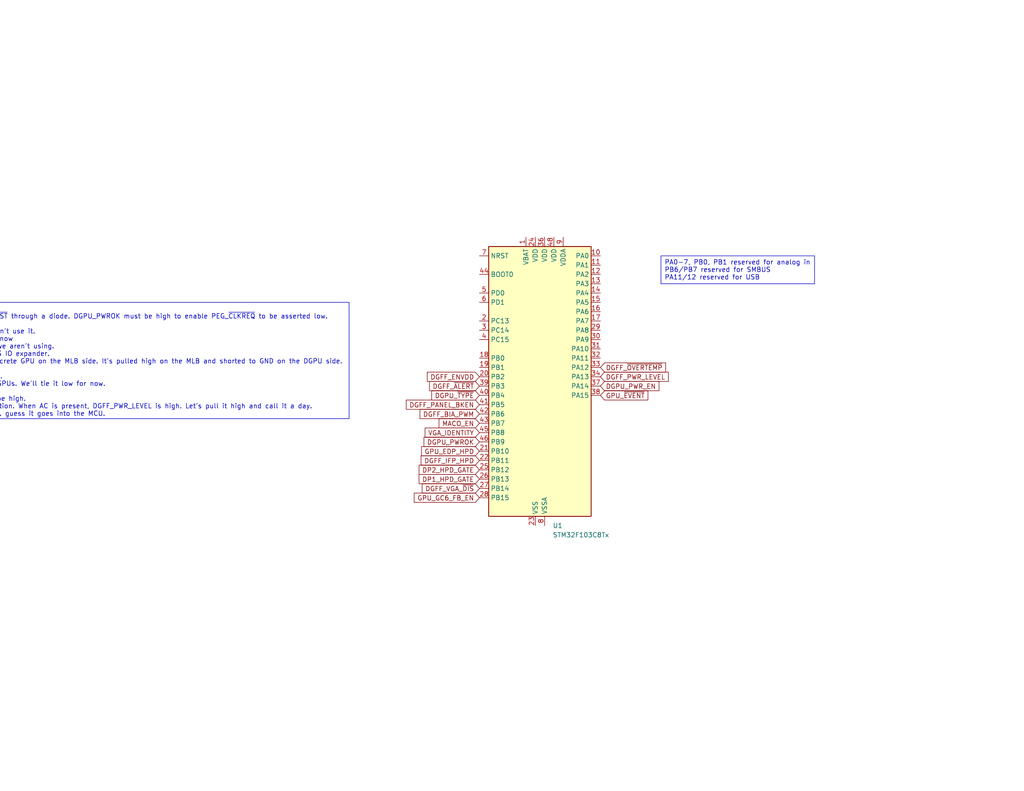
<source format=kicad_sch>
(kicad_sch (version 20231120) (generator "eeschema") (generator_version "8.0")
  (paper "USLetter")
  (lib_symbols
    (symbol "MCU_ST_STM32F1:STM32F103C8Tx"
      (property "Reference" "U" (at -12.7 39.37 0))
      (property "Value" "STM32F103C8Tx" (at 10.16 39.37 0))
      (symbol "STM32F103C8Tx_0_1"
        (rectangle (start -12.7 -35.56) (end 15.24 38.1) (stroke (width 0.254)) (fill (type background)))
      )
      (symbol "STM32F103C8Tx_1_1"
        (pin power_in line (at -2.54 40.64 270) (length 2.54) (name "VBAT") (number "1"))
        (pin bidirectional line (at 17.78 35.56 180) (length 2.54) (name "PA0") (number "10"))
        (pin bidirectional line (at 17.78 33.02 180) (length 2.54) (name "PA1") (number "11"))
        (pin bidirectional line (at 17.78 30.48 180) (length 2.54) (name "PA2") (number "12"))
        (pin bidirectional line (at 17.78 27.94 180) (length 2.54) (name "PA3") (number "13"))
        (pin bidirectional line (at 17.78 25.4 180) (length 2.54) (name "PA4") (number "14"))
        (pin bidirectional line (at 17.78 22.86 180) (length 2.54) (name "PA5") (number "15"))
        (pin bidirectional line (at 17.78 20.32 180) (length 2.54) (name "PA6") (number "16"))
        (pin bidirectional line (at 17.78 17.78 180) (length 2.54) (name "PA7") (number "17"))
        (pin bidirectional line (at -15.24 7.62 0) (length 2.54) (name "PB0") (number "18"))
        (pin bidirectional line (at -15.24 5.08 0) (length 2.54) (name "PB1") (number "19"))
        (pin bidirectional line (at -15.24 17.78 0) (length 2.54) (name "PC13") (number "2"))
        (pin bidirectional line (at -15.24 2.54 0) (length 2.54) (name "PB2") (number "20"))
        (pin bidirectional line (at -15.24 -17.78 0) (length 2.54) (name "PB10") (number "21"))
        (pin bidirectional line (at -15.24 -20.32 0) (length 2.54) (name "PB11") (number "22"))
        (pin power_in line (at 0 -38.1 90) (length 2.54) (name "VSS") (number "23"))
        (pin power_in line (at 0 40.64 270) (length 2.54) (name "VDD") (number "24"))
        (pin bidirectional line (at -15.24 -22.86 0) (length 2.54) (name "PB12") (number "25"))
        (pin bidirectional line (at -15.24 -25.4 0) (length 2.54) (name "PB13") (number "26"))
        (pin bidirectional line (at -15.24 -27.94 0) (length 2.54) (name "PB14") (number "27"))
        (pin bidirectional line (at -15.24 -30.48 0) (length 2.54) (name "PB15") (number "28"))
        (pin bidirectional line (at 17.78 15.24 180) (length 2.54) (name "PA8") (number "29"))
        (pin bidirectional line (at -15.24 15.24 0) (length 2.54) (name "PC14") (number "3"))
        (pin bidirectional line (at 17.78 12.7 180) (length 2.54) (name "PA9") (number "30"))
        (pin bidirectional line (at 17.78 10.16 180) (length 2.54) (name "PA10") (number "31"))
        (pin bidirectional line (at 17.78 7.62 180) (length 2.54) (name "PA11") (number "32"))
        (pin bidirectional line (at 17.78 5.08 180) (length 2.54) (name "PA12") (number "33"))
        (pin bidirectional line (at 17.78 2.54 180) (length 2.54) (name "PA13") (number "34"))
        (pin passive line (at 0 -38.1 90) (length 2.54) hide (name "VSS") (number "35"))
        (pin power_in line (at 2.54 40.64 270) (length 2.54) (name "VDD") (number "36"))
        (pin bidirectional line (at 17.78 0 180) (length 2.54) (name "PA14") (number "37"))
        (pin bidirectional line (at 17.78 -2.54 180) (length 2.54) (name "PA15") (number "38"))
        (pin bidirectional line (at -15.24 0 0) (length 2.54) (name "PB3") (number "39"))
        (pin bidirectional line (at -15.24 12.7 0) (length 2.54) (name "PC15") (number "4"))
        (pin bidirectional line (at -15.24 -2.54 0) (length 2.54) (name "PB4") (number "40"))
        (pin bidirectional line (at -15.24 -5.08 0) (length 2.54) (name "PB5") (number "41"))
        (pin bidirectional line (at -15.24 -7.62 0) (length 2.54) (name "PB6") (number "42"))
        (pin bidirectional line (at -15.24 -10.16 0) (length 2.54) (name "PB7") (number "43"))
        (pin input line (at -15.24 30.48 0) (length 2.54) (name "BOOT0") (number "44"))
        (pin bidirectional line (at -15.24 -12.7 0) (length 2.54) (name "PB8") (number "45"))
        (pin bidirectional line (at -15.24 -15.24 0) (length 2.54) (name "PB9") (number "46"))
        (pin passive line (at 0 -38.1 90) (length 2.54) hide (name "VSS") (number "47"))
        (pin power_in line (at 5.08 40.64 270) (length 2.54) (name "VDD") (number "48"))
        (pin bidirectional line (at -15.24 25.4 0) (length 2.54) (name "PD0") (number "5"))
        (pin bidirectional line (at -15.24 22.86 0) (length 2.54) (name "PD1") (number "6"))
        (pin input line (at -15.24 35.56 0) (length 2.54) (name "NRST") (number "7"))
        (pin power_in line (at 2.54 -38.1 90) (length 2.54) (name "VSSA") (number "8"))
        (pin power_in line (at 7.62 40.64 270) (length 2.54) (name "VDDA") (number "9"))
      )
    )
  )
  (text_box "DGFF_ENVDD enables LCD power\nDGPU_PWROK PU to +3V3, connected to DGPU_PEX_~{RST} through a diode. DGPU_PWROK must be high to enable PEG_~{CLKREQ} to be asserted low.\nDGFF_~{ALERT} seeems to just be a GPIO.\nDGPU_~{TYPE} is used for HDR compatability, but we won't use it.\nDGFF_PANEL_BKEN enables the display. Not used for now\nDGFF_BIA_PWM seems to be a backlight PWM, which we aren't using.\nMACO_EN seems to be a GPIO that goes to an SMBUS IO expander.\nVGA_IDENTITY is used to detect the presence of a discrete GPU on the MLB side. It's pulled high on the MLB and shorted to GND on the DGPU side.\nHPD is not used, used to detect a display hotplug.\nDGFF_VIA_~{DIS}? idk. might need to write it high or low.\nGC6 seems to be a power saving feature for NVidia GPUs. We'll tie it low for now.\nGPU_~{EVENT} might just be a GPIO.\nI'm just going to assume DGPU_PWR_EN will always be high.\nDGFF_PWR_LEVEL determines the GPU power consumption. When AC is present, DGFF_PWR_LEVEL is high. Let's pull it high and call it a day.\nDGFF_~{OVERTEMP} seems to go into a management IC... guess it goes into the MCU." (at -53.34 82.55 0) (size 148.59 31.75) (effects (font (size 1.27 1.27)) (justify left top)))
  (text_box "PA0-7, PB0, PB1 reserved for analog in\nPB6/PB7 reserved for SMBUS\nPA11/12 reserved for USB" (at 180.34 69.85 0) (size 41.91 7.62) (effects (font (size 1.27 1.27)) (justify left top)))
  (global_label "DGFF_IFP_HPD" (shape input) (at 130.81 125.73 180) (property "Intersheetrefs" "${INTERSHEET_REFS}" (effects (hide yes))))
  (global_label "DP1_HPD_GATE" (shape input) (at 130.81 130.81 180) (property "Intersheetrefs" "${INTERSHEET_REFS}" (effects (hide yes))))
  (global_label "DGFF_ENVDD" (shape input) (at 130.81 102.87 180) (property "Intersheetrefs" "${INTERSHEET_REFS}" (effects (hide yes))))
  (global_label "DGFF_PANEL_BKEN" (shape input) (at 130.81 110.49 180) (property "Intersheetrefs" "${INTERSHEET_REFS}" (effects (hide yes))))
  (global_label "DGFF_BIA_PWM" (shape input) (at 130.81 113.03 180) (property "Intersheetrefs" "${INTERSHEET_REFS}" (effects (hide yes))))
  (global_label "DGPU_PWROK" (shape input) (at 130.81 120.65 180) (property "Intersheetrefs" "${INTERSHEET_REFS}" (effects (hide yes))))
  (global_label "DGFF_VGA_~{DIS}" (shape input) (at 130.81 133.35 180) (property "Intersheetrefs" "${INTERSHEET_REFS}" (effects (hide yes))))
  (global_label "DGFF_PWR_LEVEL" (shape input) (at 163.83 102.87 0) (property "Intersheetrefs" "${INTERSHEET_REFS}" (effects (hide yes))))
  (global_label "MACO_EN" (shape input) (at 130.81 115.57 180) (property "Intersheetrefs" "${INTERSHEET_REFS}" (effects (hide yes))))
  (global_label "GPU_EDP_HPD" (shape input) (at 130.81 123.19 180) (property "Intersheetrefs" "${INTERSHEET_REFS}" (effects (hide yes))))
  (global_label "VGA_IDENTITY" (shape input) (at 130.81 118.11 180) (property "Intersheetrefs" "${INTERSHEET_REFS}" (effects (hide yes))))
  (global_label "DGFF_~{ALERT}" (shape input) (at 130.81 105.41 180) (property "Intersheetrefs" "${INTERSHEET_REFS}" (effects (hide yes))))
  (global_label "DP2_HPD_GATE" (shape input) (at 130.81 128.27 180) (property "Intersheetrefs" "${INTERSHEET_REFS}" (effects (hide yes))))
  (global_label "GPU_~{EVENT}" (shape input) (at 163.83 107.95 0) (property "Intersheetrefs" "${INTERSHEET_REFS}" (effects (hide yes))))
  (global_label "DGPU_~{TYPE}" (shape input) (at 130.81 107.95 180) (property "Intersheetrefs" "${INTERSHEET_REFS}" (effects (hide yes))))
  (global_label "GPU_GC6_FB_EN" (shape input) (at 130.81 135.89 180) (property "Intersheetrefs" "${INTERSHEET_REFS}" (effects (hide yes))))
  (global_label "DGFF_~{OVERTEMP}" (shape input) (at 163.83 100.33 0) (property "Intersheetrefs" "${INTERSHEET_REFS}" (effects (hide yes))))
  (global_label "DGPU_PWR_EN" (shape input) (at 163.83 105.41 0) (property "Intersheetrefs" "${INTERSHEET_REFS}" (effects (hide yes))))
  (symbol (lib_id "MCU_ST_STM32F1:STM32F103C8Tx") (at 146.05 105.41 0) (unit 1)
    (property "Reference" "U1" (at 150.7841 143.51 0) (effects (justify left)))
    (property "Value" "STM32F103C8Tx" (at 150.7841 146.05 0) (effects (justify left)))
    (property "Footprint" "Package_QFP:LQFP-48_7x7mm_P0.5mm" (effects (hide yes)))
    (property "Datasheet" "https://www.st.com/resource/en/datasheet/stm32f103c8.pdf" (effects (hide yes)))
    (property "Description" "STMicroelectronics Arm Cortex-M3 MCU, 64KB flash, 20KB RAM, 72 MHz, 2.0-3.6V, 37 GPIO, LQFP48" (effects (hide yes)))
  )
)
</source>
